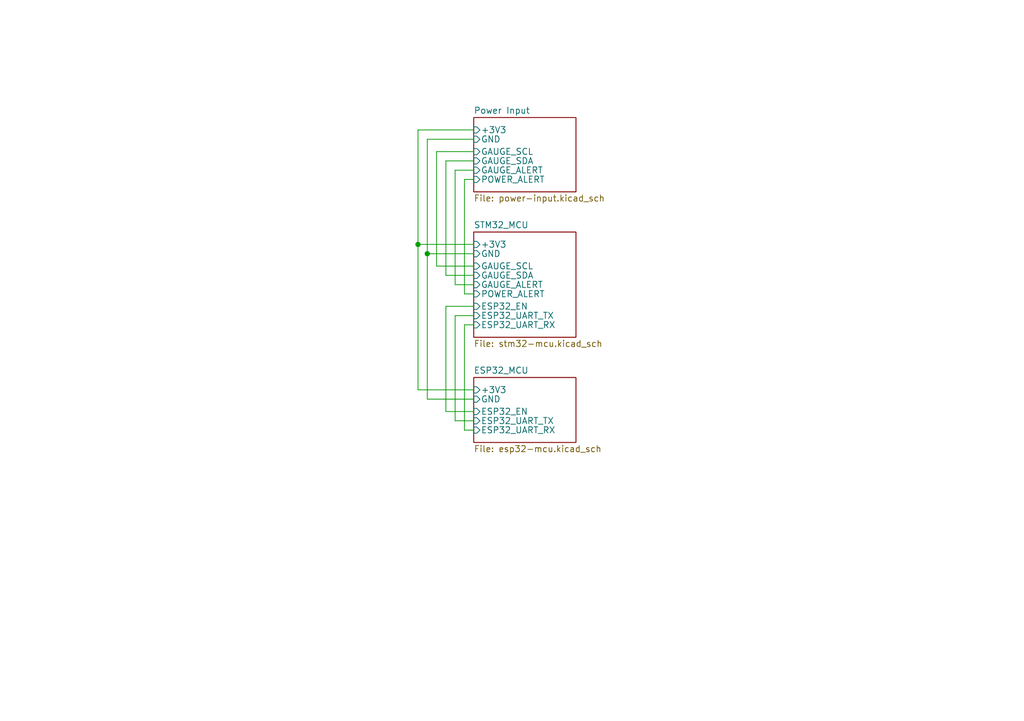
<source format=kicad_sch>
(kicad_sch (version 20230121) (generator eeschema)
  (paper "A5")
  (lib_symbols)
  (junction (at 87.63 52.07))
  (junction (at 85.725 50.165))
  (wire (pts (xy 97.155 31.115) (xy 89.535 31.115)))
  (wire (pts (xy 93.345 64.77) (xy 93.345 86.36)))
  (wire (pts (xy 85.725 50.165) (xy 85.725 80.01)))
  (wire (pts (xy 95.25 36.83) (xy 95.25 60.325)))
  (wire (pts (xy 97.155 64.77) (xy 93.345 64.77)))
  (wire (pts (xy 97.155 28.575) (xy 87.63 28.575)))
  (wire (pts (xy 95.25 60.325) (xy 97.155 60.325)))
  (wire (pts (xy 97.155 66.675) (xy 95.25 66.675)))
  (wire (pts (xy 97.155 34.925) (xy 93.345 34.925)))
  (wire (pts (xy 93.345 86.36) (xy 97.155 86.36)))
  (wire (pts (xy 87.63 81.915) (xy 87.63 52.07)))
  (wire (pts (xy 87.63 28.575) (xy 87.63 52.07)))
  (wire (pts (xy 85.725 80.01) (xy 97.155 80.01)))
  (wire (pts (xy 85.725 26.67) (xy 85.725 50.165)))
  (wire (pts (xy 97.155 26.67) (xy 85.725 26.67)))
  (wire (pts (xy 93.345 34.925) (xy 93.345 58.42)))
  (wire (pts (xy 89.535 54.61) (xy 97.155 54.61)))
  (wire (pts (xy 97.155 36.83) (xy 95.25 36.83)))
  (wire (pts (xy 87.63 52.07) (xy 97.155 52.07)))
  (wire (pts (xy 97.155 33.02) (xy 91.44 33.02)))
  (wire (pts (xy 93.345 58.42) (xy 97.155 58.42)))
  (wire (pts (xy 85.725 50.165) (xy 97.155 50.165)))
  (wire (pts (xy 95.25 88.265) (xy 97.155 88.265)))
  (wire (pts (xy 97.155 62.865) (xy 91.44 62.865)))
  (wire (pts (xy 91.44 33.02) (xy 91.44 56.515)))
  (wire (pts (xy 97.155 81.915) (xy 87.63 81.915)))
  (wire (pts (xy 91.44 84.455) (xy 97.155 84.455)))
  (wire (pts (xy 91.44 62.865) (xy 91.44 84.455)))
  (wire (pts (xy 89.535 31.115) (xy 89.535 54.61)))
  (wire (pts (xy 95.25 66.675) (xy 95.25 88.265)))
  (wire (pts (xy 91.44 56.515) (xy 97.155 56.515)))
  (sheet (at 97.155 24.13) (size 20.955 15.24) (stroke (width 0.1524))
    (property "Sheetname" "Power Input" (at 97.155 23.4184 0) (effects (justify left bottom)))
    (property "Sheetfile" "power-input.kicad_sch" (at 97.155 39.9546 0) (effects (justify left top)))
    (pin "GND" input (at 97.155 28.575 180))
    (pin "+3V3" input (at 97.155 26.67 180))
    (pin "POWER_ALERT" input (at 97.155 36.83 180))
    (pin "GAUGE_ALERT" input (at 97.155 34.925 180))
    (pin "GAUGE_SCL" input (at 97.155 31.115 180))
    (pin "GAUGE_SDA" input (at 97.155 33.02 180))
  )
  (sheet (at 97.155 77.47) (size 20.955 13.335) (stroke (width 0.1524))
    (property "Sheetname" "ESP32_MCU" (at 97.155 76.7584 0) (effects (justify left bottom)))
    (property "Sheetfile" "esp32-mcu.kicad_sch" (at 97.155 91.3896 0) (effects (justify left top)))
    (pin "+3V3" input (at 97.155 80.01 180))
    (pin "ESP32_UART_RX" input (at 97.155 88.265 180))
    (pin "ESP32_UART_TX" input (at 97.155 86.36 180))
    (pin "ESP32_EN" input (at 97.155 84.455 180))
    (pin "GND" input (at 97.155 81.915 180))
  )
  (sheet (at 97.155 47.625) (size 20.955 21.59) (stroke (width 0.1524))
    (property "Sheetname" "STM32_MCU" (at 97.155 46.9134 0) (effects (justify left bottom)))
    (property "Sheetfile" "stm32-mcu.kicad_sch" (at 97.155 69.7996 0) (effects (justify left top)))
    (pin "+3V3" input (at 97.155 50.165 180))
    (pin "GND" input (at 97.155 52.07 180))
    (pin "GAUGE_SCL" input (at 97.155 54.61 180))
    (pin "GAUGE_SDA" input (at 97.155 56.515 180))
    (pin "ESP32_UART_TX" input (at 97.155 64.77 180))
    (pin "ESP32_UART_RX" input (at 97.155 66.675 180))
    (pin "POWER_ALERT" input (at 97.155 60.325 180))
    (pin "ESP32_EN" input (at 97.155 62.865 180))
    (pin "GAUGE_ALERT" input (at 97.155 58.42 180))
  )
)
</source>
